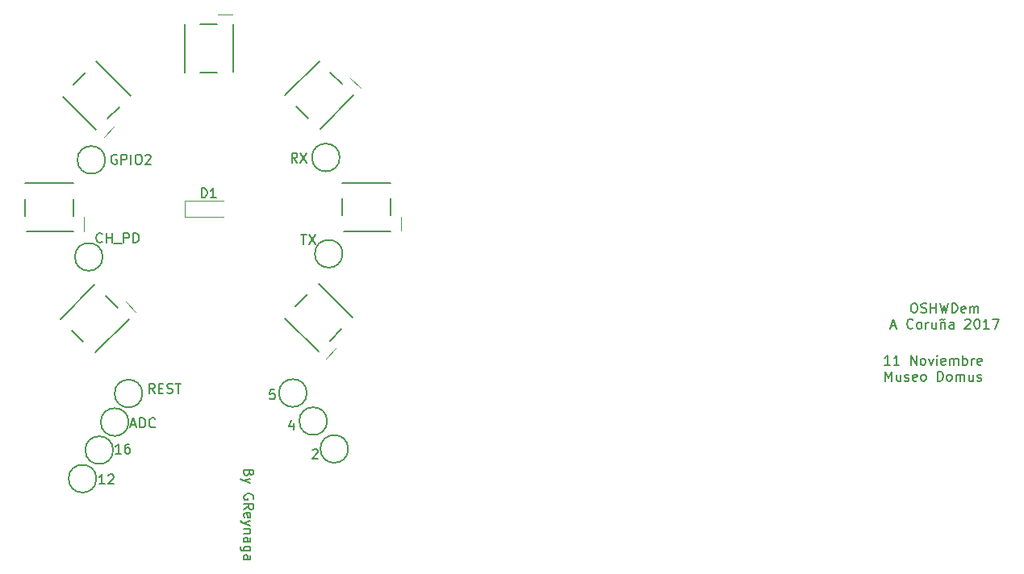
<source format=gto>
G04 #@! TF.GenerationSoftware,KiCad,Pcbnew,(2017-05-14 revision 14bb238b3)-makepkg*
G04 #@! TF.CreationDate,2017-07-07T13:01:08-06:00*
G04 #@! TF.ProjectId,001,3030312E6B696361645F706362000000,rev?*
G04 #@! TF.FileFunction,Legend,Top*
G04 #@! TF.FilePolarity,Positive*
%FSLAX46Y46*%
G04 Gerber Fmt 4.6, Leading zero omitted, Abs format (unit mm)*
G04 Created by KiCad (PCBNEW (2017-05-14 revision 14bb238b3)-makepkg) date 07/07/17 13:01:08*
%MOMM*%
%LPD*%
G01*
G04 APERTURE LIST*
%ADD10C,0.100000*%
%ADD11C,0.152400*%
%ADD12C,0.120000*%
%ADD13C,0.050000*%
%ADD14C,0.150000*%
G04 APERTURE END LIST*
D10*
D11*
X124216920Y-90473579D02*
X123878253Y-89989769D01*
X123636348Y-90473579D02*
X123636348Y-89457579D01*
X124023396Y-89457579D01*
X124120158Y-89505960D01*
X124168539Y-89554340D01*
X124216920Y-89651102D01*
X124216920Y-89796245D01*
X124168539Y-89893007D01*
X124120158Y-89941388D01*
X124023396Y-89989769D01*
X123636348Y-89989769D01*
X124652348Y-89941388D02*
X124991015Y-89941388D01*
X125136158Y-90473579D02*
X124652348Y-90473579D01*
X124652348Y-89457579D01*
X125136158Y-89457579D01*
X125523205Y-90425198D02*
X125668348Y-90473579D01*
X125910253Y-90473579D01*
X126007015Y-90425198D01*
X126055396Y-90376817D01*
X126103777Y-90280055D01*
X126103777Y-90183293D01*
X126055396Y-90086531D01*
X126007015Y-90038150D01*
X125910253Y-89989769D01*
X125716729Y-89941388D01*
X125619967Y-89893007D01*
X125571586Y-89844626D01*
X125523205Y-89747864D01*
X125523205Y-89651102D01*
X125571586Y-89554340D01*
X125619967Y-89505960D01*
X125716729Y-89457579D01*
X125958634Y-89457579D01*
X126103777Y-89505960D01*
X126394062Y-89457579D02*
X126974634Y-89457579D01*
X126684348Y-90473579D02*
X126684348Y-89457579D01*
X134119291Y-98843483D02*
X134070910Y-98988626D01*
X134022529Y-99037007D01*
X133925767Y-99085388D01*
X133780624Y-99085388D01*
X133683862Y-99037007D01*
X133635481Y-98988626D01*
X133587100Y-98891864D01*
X133587100Y-98504817D01*
X134603100Y-98504817D01*
X134603100Y-98843483D01*
X134554720Y-98940245D01*
X134506339Y-98988626D01*
X134409577Y-99037007D01*
X134312815Y-99037007D01*
X134216053Y-98988626D01*
X134167672Y-98940245D01*
X134119291Y-98843483D01*
X134119291Y-98504817D01*
X134264434Y-99424055D02*
X133587100Y-99665960D01*
X134264434Y-99907864D02*
X133587100Y-99665960D01*
X133345196Y-99569198D01*
X133296815Y-99520817D01*
X133248434Y-99424055D01*
X134554720Y-101601198D02*
X134603100Y-101504436D01*
X134603100Y-101359293D01*
X134554720Y-101214150D01*
X134457958Y-101117388D01*
X134361196Y-101069007D01*
X134167672Y-101020626D01*
X134022529Y-101020626D01*
X133829005Y-101069007D01*
X133732243Y-101117388D01*
X133635481Y-101214150D01*
X133587100Y-101359293D01*
X133587100Y-101456055D01*
X133635481Y-101601198D01*
X133683862Y-101649579D01*
X134022529Y-101649579D01*
X134022529Y-101456055D01*
X133587100Y-102665579D02*
X134070910Y-102326912D01*
X133587100Y-102085007D02*
X134603100Y-102085007D01*
X134603100Y-102472055D01*
X134554720Y-102568817D01*
X134506339Y-102617198D01*
X134409577Y-102665579D01*
X134264434Y-102665579D01*
X134167672Y-102617198D01*
X134119291Y-102568817D01*
X134070910Y-102472055D01*
X134070910Y-102085007D01*
X133635481Y-103488055D02*
X133587100Y-103391293D01*
X133587100Y-103197769D01*
X133635481Y-103101007D01*
X133732243Y-103052626D01*
X134119291Y-103052626D01*
X134216053Y-103101007D01*
X134264434Y-103197769D01*
X134264434Y-103391293D01*
X134216053Y-103488055D01*
X134119291Y-103536436D01*
X134022529Y-103536436D01*
X133925767Y-103052626D01*
X134264434Y-103875102D02*
X133587100Y-104117007D01*
X134264434Y-104358912D02*
X133587100Y-104117007D01*
X133345196Y-104020245D01*
X133296815Y-103971864D01*
X133248434Y-103875102D01*
X134264434Y-104745960D02*
X133587100Y-104745960D01*
X134167672Y-104745960D02*
X134216053Y-104794340D01*
X134264434Y-104891102D01*
X134264434Y-105036245D01*
X134216053Y-105133007D01*
X134119291Y-105181388D01*
X133587100Y-105181388D01*
X133587100Y-106100626D02*
X134119291Y-106100626D01*
X134216053Y-106052245D01*
X134264434Y-105955483D01*
X134264434Y-105761960D01*
X134216053Y-105665198D01*
X133635481Y-106100626D02*
X133587100Y-106003864D01*
X133587100Y-105761960D01*
X133635481Y-105665198D01*
X133732243Y-105616817D01*
X133829005Y-105616817D01*
X133925767Y-105665198D01*
X133974148Y-105761960D01*
X133974148Y-106003864D01*
X134022529Y-106100626D01*
X134264434Y-107019864D02*
X133441958Y-107019864D01*
X133345196Y-106971483D01*
X133296815Y-106923102D01*
X133248434Y-106826340D01*
X133248434Y-106681198D01*
X133296815Y-106584436D01*
X133635481Y-107019864D02*
X133587100Y-106923102D01*
X133587100Y-106729579D01*
X133635481Y-106632817D01*
X133683862Y-106584436D01*
X133780624Y-106536055D01*
X134070910Y-106536055D01*
X134167672Y-106584436D01*
X134216053Y-106632817D01*
X134264434Y-106729579D01*
X134264434Y-106923102D01*
X134216053Y-107019864D01*
X133587100Y-107939102D02*
X134119291Y-107939102D01*
X134216053Y-107890721D01*
X134264434Y-107793960D01*
X134264434Y-107600436D01*
X134216053Y-107503674D01*
X133635481Y-107939102D02*
X133587100Y-107842340D01*
X133587100Y-107600436D01*
X133635481Y-107503674D01*
X133732243Y-107455293D01*
X133829005Y-107455293D01*
X133925767Y-107503674D01*
X133974148Y-107600436D01*
X133974148Y-107842340D01*
X134022529Y-107939102D01*
X203808424Y-80999379D02*
X204001948Y-80999379D01*
X204098710Y-81047760D01*
X204195472Y-81144521D01*
X204243853Y-81338045D01*
X204243853Y-81676712D01*
X204195472Y-81870236D01*
X204098710Y-81966998D01*
X204001948Y-82015379D01*
X203808424Y-82015379D01*
X203711662Y-81966998D01*
X203614900Y-81870236D01*
X203566520Y-81676712D01*
X203566520Y-81338045D01*
X203614900Y-81144521D01*
X203711662Y-81047760D01*
X203808424Y-80999379D01*
X204630900Y-81966998D02*
X204776043Y-82015379D01*
X205017948Y-82015379D01*
X205114710Y-81966998D01*
X205163091Y-81918617D01*
X205211472Y-81821855D01*
X205211472Y-81725093D01*
X205163091Y-81628331D01*
X205114710Y-81579950D01*
X205017948Y-81531569D01*
X204824424Y-81483188D01*
X204727662Y-81434807D01*
X204679281Y-81386426D01*
X204630900Y-81289664D01*
X204630900Y-81192902D01*
X204679281Y-81096140D01*
X204727662Y-81047760D01*
X204824424Y-80999379D01*
X205066329Y-80999379D01*
X205211472Y-81047760D01*
X205646900Y-82015379D02*
X205646900Y-80999379D01*
X205646900Y-81483188D02*
X206227472Y-81483188D01*
X206227472Y-82015379D02*
X206227472Y-80999379D01*
X206614520Y-80999379D02*
X206856424Y-82015379D01*
X207049948Y-81289664D01*
X207243472Y-82015379D01*
X207485377Y-80999379D01*
X207872424Y-82015379D02*
X207872424Y-80999379D01*
X208114329Y-80999379D01*
X208259472Y-81047760D01*
X208356234Y-81144521D01*
X208404615Y-81241283D01*
X208452996Y-81434807D01*
X208452996Y-81579950D01*
X208404615Y-81773474D01*
X208356234Y-81870236D01*
X208259472Y-81966998D01*
X208114329Y-82015379D01*
X207872424Y-82015379D01*
X209275472Y-81966998D02*
X209178710Y-82015379D01*
X208985186Y-82015379D01*
X208888424Y-81966998D01*
X208840043Y-81870236D01*
X208840043Y-81483188D01*
X208888424Y-81386426D01*
X208985186Y-81338045D01*
X209178710Y-81338045D01*
X209275472Y-81386426D01*
X209323853Y-81483188D01*
X209323853Y-81579950D01*
X208840043Y-81676712D01*
X209759281Y-82015379D02*
X209759281Y-81338045D01*
X209759281Y-81434807D02*
X209807662Y-81386426D01*
X209904424Y-81338045D01*
X210049567Y-81338045D01*
X210146329Y-81386426D01*
X210194710Y-81483188D01*
X210194710Y-82015379D01*
X210194710Y-81483188D02*
X210243091Y-81386426D01*
X210339853Y-81338045D01*
X210484996Y-81338045D01*
X210581758Y-81386426D01*
X210630139Y-81483188D01*
X210630139Y-82015379D01*
X201510329Y-83401493D02*
X201994139Y-83401493D01*
X201413567Y-83691779D02*
X201752234Y-82675779D01*
X202090900Y-83691779D01*
X203784234Y-83595017D02*
X203735853Y-83643398D01*
X203590710Y-83691779D01*
X203493948Y-83691779D01*
X203348805Y-83643398D01*
X203252043Y-83546636D01*
X203203662Y-83449874D01*
X203155281Y-83256350D01*
X203155281Y-83111207D01*
X203203662Y-82917683D01*
X203252043Y-82820921D01*
X203348805Y-82724160D01*
X203493948Y-82675779D01*
X203590710Y-82675779D01*
X203735853Y-82724160D01*
X203784234Y-82772540D01*
X204364805Y-83691779D02*
X204268043Y-83643398D01*
X204219662Y-83595017D01*
X204171281Y-83498255D01*
X204171281Y-83207969D01*
X204219662Y-83111207D01*
X204268043Y-83062826D01*
X204364805Y-83014445D01*
X204509948Y-83014445D01*
X204606710Y-83062826D01*
X204655091Y-83111207D01*
X204703472Y-83207969D01*
X204703472Y-83498255D01*
X204655091Y-83595017D01*
X204606710Y-83643398D01*
X204509948Y-83691779D01*
X204364805Y-83691779D01*
X205138900Y-83691779D02*
X205138900Y-83014445D01*
X205138900Y-83207969D02*
X205187281Y-83111207D01*
X205235662Y-83062826D01*
X205332424Y-83014445D01*
X205429186Y-83014445D01*
X206203281Y-83014445D02*
X206203281Y-83691779D01*
X205767853Y-83014445D02*
X205767853Y-83546636D01*
X205816234Y-83643398D01*
X205912996Y-83691779D01*
X206058139Y-83691779D01*
X206154900Y-83643398D01*
X206203281Y-83595017D01*
X206687091Y-83014445D02*
X206687091Y-83691779D01*
X206687091Y-83111207D02*
X206735472Y-83062826D01*
X206832234Y-83014445D01*
X206977377Y-83014445D01*
X207074139Y-83062826D01*
X207122520Y-83159588D01*
X207122520Y-83691779D01*
X206638710Y-82772540D02*
X206687091Y-82724160D01*
X206783853Y-82675779D01*
X206977377Y-82772540D01*
X207074139Y-82724160D01*
X207122520Y-82675779D01*
X208041758Y-83691779D02*
X208041758Y-83159588D01*
X207993377Y-83062826D01*
X207896615Y-83014445D01*
X207703091Y-83014445D01*
X207606329Y-83062826D01*
X208041758Y-83643398D02*
X207944996Y-83691779D01*
X207703091Y-83691779D01*
X207606329Y-83643398D01*
X207557948Y-83546636D01*
X207557948Y-83449874D01*
X207606329Y-83353112D01*
X207703091Y-83304731D01*
X207944996Y-83304731D01*
X208041758Y-83256350D01*
X209251281Y-82772540D02*
X209299662Y-82724160D01*
X209396424Y-82675779D01*
X209638329Y-82675779D01*
X209735091Y-82724160D01*
X209783472Y-82772540D01*
X209831853Y-82869302D01*
X209831853Y-82966064D01*
X209783472Y-83111207D01*
X209202900Y-83691779D01*
X209831853Y-83691779D01*
X210460805Y-82675779D02*
X210557567Y-82675779D01*
X210654329Y-82724160D01*
X210702710Y-82772540D01*
X210751091Y-82869302D01*
X210799472Y-83062826D01*
X210799472Y-83304731D01*
X210751091Y-83498255D01*
X210702710Y-83595017D01*
X210654329Y-83643398D01*
X210557567Y-83691779D01*
X210460805Y-83691779D01*
X210364043Y-83643398D01*
X210315662Y-83595017D01*
X210267281Y-83498255D01*
X210218900Y-83304731D01*
X210218900Y-83062826D01*
X210267281Y-82869302D01*
X210315662Y-82772540D01*
X210364043Y-82724160D01*
X210460805Y-82675779D01*
X211767091Y-83691779D02*
X211186520Y-83691779D01*
X211476805Y-83691779D02*
X211476805Y-82675779D01*
X211380043Y-82820921D01*
X211283281Y-82917683D01*
X211186520Y-82966064D01*
X212105758Y-82675779D02*
X212783091Y-82675779D01*
X212347662Y-83691779D01*
X201379700Y-87501779D02*
X200799129Y-87501779D01*
X201089415Y-87501779D02*
X201089415Y-86485779D01*
X200992653Y-86630921D01*
X200895891Y-86727683D01*
X200799129Y-86776064D01*
X202347320Y-87501779D02*
X201766748Y-87501779D01*
X202057034Y-87501779D02*
X202057034Y-86485779D01*
X201960272Y-86630921D01*
X201863510Y-86727683D01*
X201766748Y-86776064D01*
X203556843Y-87501779D02*
X203556843Y-86485779D01*
X204137415Y-87501779D01*
X204137415Y-86485779D01*
X204766367Y-87501779D02*
X204669605Y-87453398D01*
X204621224Y-87405017D01*
X204572843Y-87308255D01*
X204572843Y-87017969D01*
X204621224Y-86921207D01*
X204669605Y-86872826D01*
X204766367Y-86824445D01*
X204911510Y-86824445D01*
X205008272Y-86872826D01*
X205056653Y-86921207D01*
X205105034Y-87017969D01*
X205105034Y-87308255D01*
X205056653Y-87405017D01*
X205008272Y-87453398D01*
X204911510Y-87501779D01*
X204766367Y-87501779D01*
X205443700Y-86824445D02*
X205685605Y-87501779D01*
X205927510Y-86824445D01*
X206314558Y-87501779D02*
X206314558Y-86824445D01*
X206314558Y-86485779D02*
X206266177Y-86534160D01*
X206314558Y-86582540D01*
X206362939Y-86534160D01*
X206314558Y-86485779D01*
X206314558Y-86582540D01*
X207185415Y-87453398D02*
X207088653Y-87501779D01*
X206895129Y-87501779D01*
X206798367Y-87453398D01*
X206749986Y-87356636D01*
X206749986Y-86969588D01*
X206798367Y-86872826D01*
X206895129Y-86824445D01*
X207088653Y-86824445D01*
X207185415Y-86872826D01*
X207233796Y-86969588D01*
X207233796Y-87066350D01*
X206749986Y-87163112D01*
X207669224Y-87501779D02*
X207669224Y-86824445D01*
X207669224Y-86921207D02*
X207717605Y-86872826D01*
X207814367Y-86824445D01*
X207959510Y-86824445D01*
X208056272Y-86872826D01*
X208104653Y-86969588D01*
X208104653Y-87501779D01*
X208104653Y-86969588D02*
X208153034Y-86872826D01*
X208249796Y-86824445D01*
X208394939Y-86824445D01*
X208491700Y-86872826D01*
X208540081Y-86969588D01*
X208540081Y-87501779D01*
X209023891Y-87501779D02*
X209023891Y-86485779D01*
X209023891Y-86872826D02*
X209120653Y-86824445D01*
X209314177Y-86824445D01*
X209410939Y-86872826D01*
X209459320Y-86921207D01*
X209507700Y-87017969D01*
X209507700Y-87308255D01*
X209459320Y-87405017D01*
X209410939Y-87453398D01*
X209314177Y-87501779D01*
X209120653Y-87501779D01*
X209023891Y-87453398D01*
X209943129Y-87501779D02*
X209943129Y-86824445D01*
X209943129Y-87017969D02*
X209991510Y-86921207D01*
X210039891Y-86872826D01*
X210136653Y-86824445D01*
X210233415Y-86824445D01*
X210959129Y-87453398D02*
X210862367Y-87501779D01*
X210668843Y-87501779D01*
X210572081Y-87453398D01*
X210523700Y-87356636D01*
X210523700Y-86969588D01*
X210572081Y-86872826D01*
X210668843Y-86824445D01*
X210862367Y-86824445D01*
X210959129Y-86872826D01*
X211007510Y-86969588D01*
X211007510Y-87066350D01*
X210523700Y-87163112D01*
X200895891Y-89178179D02*
X200895891Y-88162179D01*
X201234558Y-88887893D01*
X201573224Y-88162179D01*
X201573224Y-89178179D01*
X202492462Y-88500845D02*
X202492462Y-89178179D01*
X202057034Y-88500845D02*
X202057034Y-89033036D01*
X202105415Y-89129798D01*
X202202177Y-89178179D01*
X202347320Y-89178179D01*
X202444081Y-89129798D01*
X202492462Y-89081417D01*
X202927891Y-89129798D02*
X203024653Y-89178179D01*
X203218177Y-89178179D01*
X203314939Y-89129798D01*
X203363320Y-89033036D01*
X203363320Y-88984655D01*
X203314939Y-88887893D01*
X203218177Y-88839512D01*
X203073034Y-88839512D01*
X202976272Y-88791131D01*
X202927891Y-88694369D01*
X202927891Y-88645988D01*
X202976272Y-88549226D01*
X203073034Y-88500845D01*
X203218177Y-88500845D01*
X203314939Y-88549226D01*
X204185796Y-89129798D02*
X204089034Y-89178179D01*
X203895510Y-89178179D01*
X203798748Y-89129798D01*
X203750367Y-89033036D01*
X203750367Y-88645988D01*
X203798748Y-88549226D01*
X203895510Y-88500845D01*
X204089034Y-88500845D01*
X204185796Y-88549226D01*
X204234177Y-88645988D01*
X204234177Y-88742750D01*
X203750367Y-88839512D01*
X204814748Y-89178179D02*
X204717986Y-89129798D01*
X204669605Y-89081417D01*
X204621224Y-88984655D01*
X204621224Y-88694369D01*
X204669605Y-88597607D01*
X204717986Y-88549226D01*
X204814748Y-88500845D01*
X204959891Y-88500845D01*
X205056653Y-88549226D01*
X205105034Y-88597607D01*
X205153415Y-88694369D01*
X205153415Y-88984655D01*
X205105034Y-89081417D01*
X205056653Y-89129798D01*
X204959891Y-89178179D01*
X204814748Y-89178179D01*
X206362939Y-89178179D02*
X206362939Y-88162179D01*
X206604843Y-88162179D01*
X206749986Y-88210560D01*
X206846748Y-88307321D01*
X206895129Y-88404083D01*
X206943510Y-88597607D01*
X206943510Y-88742750D01*
X206895129Y-88936274D01*
X206846748Y-89033036D01*
X206749986Y-89129798D01*
X206604843Y-89178179D01*
X206362939Y-89178179D01*
X207524081Y-89178179D02*
X207427320Y-89129798D01*
X207378939Y-89081417D01*
X207330558Y-88984655D01*
X207330558Y-88694369D01*
X207378939Y-88597607D01*
X207427320Y-88549226D01*
X207524081Y-88500845D01*
X207669224Y-88500845D01*
X207765986Y-88549226D01*
X207814367Y-88597607D01*
X207862748Y-88694369D01*
X207862748Y-88984655D01*
X207814367Y-89081417D01*
X207765986Y-89129798D01*
X207669224Y-89178179D01*
X207524081Y-89178179D01*
X208298177Y-89178179D02*
X208298177Y-88500845D01*
X208298177Y-88597607D02*
X208346558Y-88549226D01*
X208443320Y-88500845D01*
X208588462Y-88500845D01*
X208685224Y-88549226D01*
X208733605Y-88645988D01*
X208733605Y-89178179D01*
X208733605Y-88645988D02*
X208781986Y-88549226D01*
X208878748Y-88500845D01*
X209023891Y-88500845D01*
X209120653Y-88549226D01*
X209169034Y-88645988D01*
X209169034Y-89178179D01*
X210088272Y-88500845D02*
X210088272Y-89178179D01*
X209652843Y-88500845D02*
X209652843Y-89033036D01*
X209701224Y-89129798D01*
X209797986Y-89178179D01*
X209943129Y-89178179D01*
X210039891Y-89129798D01*
X210088272Y-89081417D01*
X210523700Y-89129798D02*
X210620462Y-89178179D01*
X210813986Y-89178179D01*
X210910748Y-89129798D01*
X210959129Y-89033036D01*
X210959129Y-88984655D01*
X210910748Y-88887893D01*
X210813986Y-88839512D01*
X210668843Y-88839512D01*
X210572081Y-88791131D01*
X210523700Y-88694369D01*
X210523700Y-88645988D01*
X210572081Y-88549226D01*
X210668843Y-88500845D01*
X210813986Y-88500845D01*
X210910748Y-88549226D01*
X139185986Y-66241979D02*
X138847320Y-65758169D01*
X138605415Y-66241979D02*
X138605415Y-65225979D01*
X138992462Y-65225979D01*
X139089224Y-65274360D01*
X139137605Y-65322740D01*
X139185986Y-65419502D01*
X139185986Y-65564645D01*
X139137605Y-65661407D01*
X139089224Y-65709788D01*
X138992462Y-65758169D01*
X138605415Y-65758169D01*
X139524653Y-65225979D02*
X140201986Y-66241979D01*
X140201986Y-65225979D02*
X139524653Y-66241979D01*
X139571824Y-73811179D02*
X140152396Y-73811179D01*
X139862110Y-74827179D02*
X139862110Y-73811179D01*
X140394300Y-73811179D02*
X141071634Y-74827179D01*
X141071634Y-73811179D02*
X140394300Y-74827179D01*
X118709958Y-74552617D02*
X118661577Y-74600998D01*
X118516434Y-74649379D01*
X118419672Y-74649379D01*
X118274529Y-74600998D01*
X118177767Y-74504236D01*
X118129386Y-74407474D01*
X118081005Y-74213950D01*
X118081005Y-74068807D01*
X118129386Y-73875283D01*
X118177767Y-73778521D01*
X118274529Y-73681760D01*
X118419672Y-73633379D01*
X118516434Y-73633379D01*
X118661577Y-73681760D01*
X118709958Y-73730140D01*
X119145386Y-74649379D02*
X119145386Y-73633379D01*
X119145386Y-74117188D02*
X119725958Y-74117188D01*
X119725958Y-74649379D02*
X119725958Y-73633379D01*
X119967862Y-74746140D02*
X120741958Y-74746140D01*
X120983862Y-74649379D02*
X120983862Y-73633379D01*
X121370910Y-73633379D01*
X121467672Y-73681760D01*
X121516053Y-73730140D01*
X121564434Y-73826902D01*
X121564434Y-73972045D01*
X121516053Y-74068807D01*
X121467672Y-74117188D01*
X121370910Y-74165569D01*
X120983862Y-74165569D01*
X121999862Y-74649379D02*
X121999862Y-73633379D01*
X122241767Y-73633379D01*
X122386910Y-73681760D01*
X122483672Y-73778521D01*
X122532053Y-73875283D01*
X122580434Y-74068807D01*
X122580434Y-74213950D01*
X122532053Y-74407474D01*
X122483672Y-74504236D01*
X122386910Y-74600998D01*
X122241767Y-74649379D01*
X121999862Y-74649379D01*
X120240610Y-65439460D02*
X120143848Y-65391079D01*
X119998705Y-65391079D01*
X119853562Y-65439460D01*
X119756800Y-65536221D01*
X119708420Y-65632983D01*
X119660039Y-65826507D01*
X119660039Y-65971650D01*
X119708420Y-66165174D01*
X119756800Y-66261936D01*
X119853562Y-66358698D01*
X119998705Y-66407079D01*
X120095467Y-66407079D01*
X120240610Y-66358698D01*
X120288991Y-66310317D01*
X120288991Y-65971650D01*
X120095467Y-65971650D01*
X120724420Y-66407079D02*
X120724420Y-65391079D01*
X121111467Y-65391079D01*
X121208229Y-65439460D01*
X121256610Y-65487840D01*
X121304991Y-65584602D01*
X121304991Y-65729745D01*
X121256610Y-65826507D01*
X121208229Y-65874888D01*
X121111467Y-65923269D01*
X120724420Y-65923269D01*
X121740420Y-66407079D02*
X121740420Y-65391079D01*
X122417753Y-65391079D02*
X122611277Y-65391079D01*
X122708039Y-65439460D01*
X122804800Y-65536221D01*
X122853181Y-65729745D01*
X122853181Y-66068412D01*
X122804800Y-66261936D01*
X122708039Y-66358698D01*
X122611277Y-66407079D01*
X122417753Y-66407079D01*
X122320991Y-66358698D01*
X122224229Y-66261936D01*
X122175848Y-66068412D01*
X122175848Y-65729745D01*
X122224229Y-65536221D01*
X122320991Y-65439460D01*
X122417753Y-65391079D01*
X123240229Y-65487840D02*
X123288610Y-65439460D01*
X123385372Y-65391079D01*
X123627277Y-65391079D01*
X123724039Y-65439460D01*
X123772420Y-65487840D01*
X123820800Y-65584602D01*
X123820800Y-65681364D01*
X123772420Y-65826507D01*
X123191848Y-66407079D01*
X123820800Y-66407079D01*
X121739815Y-93790093D02*
X122223624Y-93790093D01*
X121643053Y-94080379D02*
X121981720Y-93064379D01*
X122320386Y-94080379D01*
X122659053Y-94080379D02*
X122659053Y-93064379D01*
X122900958Y-93064379D01*
X123046100Y-93112760D01*
X123142862Y-93209521D01*
X123191243Y-93306283D01*
X123239624Y-93499807D01*
X123239624Y-93644950D01*
X123191243Y-93838474D01*
X123142862Y-93935236D01*
X123046100Y-94031998D01*
X122900958Y-94080379D01*
X122659053Y-94080379D01*
X124255624Y-93983617D02*
X124207243Y-94031998D01*
X124062100Y-94080379D01*
X123965339Y-94080379D01*
X123820196Y-94031998D01*
X123723434Y-93935236D01*
X123675053Y-93838474D01*
X123626672Y-93644950D01*
X123626672Y-93499807D01*
X123675053Y-93306283D01*
X123723434Y-93209521D01*
X123820196Y-93112760D01*
X123965339Y-93064379D01*
X124062100Y-93064379D01*
X124207243Y-93112760D01*
X124255624Y-93161140D01*
X140766834Y-96437740D02*
X140815215Y-96389360D01*
X140911977Y-96340979D01*
X141153881Y-96340979D01*
X141250643Y-96389360D01*
X141299024Y-96437740D01*
X141347405Y-96534502D01*
X141347405Y-96631264D01*
X141299024Y-96776407D01*
X140718453Y-97356979D01*
X141347405Y-97356979D01*
X120695996Y-96798179D02*
X120115424Y-96798179D01*
X120405710Y-96798179D02*
X120405710Y-95782179D01*
X120308948Y-95927321D01*
X120212186Y-96024083D01*
X120115424Y-96072464D01*
X121566853Y-95782179D02*
X121373329Y-95782179D01*
X121276567Y-95830560D01*
X121228186Y-95878940D01*
X121131424Y-96024083D01*
X121083043Y-96217607D01*
X121083043Y-96604655D01*
X121131424Y-96701417D01*
X121179805Y-96749798D01*
X121276567Y-96798179D01*
X121470091Y-96798179D01*
X121566853Y-96749798D01*
X121615234Y-96701417D01*
X121663615Y-96604655D01*
X121663615Y-96362750D01*
X121615234Y-96265988D01*
X121566853Y-96217607D01*
X121470091Y-96169226D01*
X121276567Y-96169226D01*
X121179805Y-96217607D01*
X121131424Y-96265988D01*
X121083043Y-96362750D01*
X136803224Y-90092579D02*
X136319415Y-90092579D01*
X136271034Y-90576388D01*
X136319415Y-90528007D01*
X136416177Y-90479626D01*
X136658081Y-90479626D01*
X136754843Y-90528007D01*
X136803224Y-90576388D01*
X136851605Y-90673150D01*
X136851605Y-90915055D01*
X136803224Y-91011817D01*
X136754843Y-91060198D01*
X136658081Y-91108579D01*
X136416177Y-91108579D01*
X136319415Y-91060198D01*
X136271034Y-91011817D01*
X118968796Y-99998579D02*
X118388224Y-99998579D01*
X118678510Y-99998579D02*
X118678510Y-98982579D01*
X118581748Y-99127721D01*
X118484986Y-99224483D01*
X118388224Y-99272864D01*
X119355843Y-99079340D02*
X119404224Y-99030960D01*
X119500986Y-98982579D01*
X119742891Y-98982579D01*
X119839653Y-99030960D01*
X119888034Y-99079340D01*
X119936415Y-99176102D01*
X119936415Y-99272864D01*
X119888034Y-99418007D01*
X119307462Y-99998579D01*
X119936415Y-99998579D01*
X138786843Y-93631645D02*
X138786843Y-94308979D01*
X138544939Y-93244598D02*
X138303034Y-93970312D01*
X138931986Y-93970312D01*
X122931458Y-90496560D02*
G75*
G03X122931458Y-90496560I-1457738J0D01*
G01*
X121483658Y-93493760D02*
G75*
G03X121483658Y-93493760I-1457738J0D01*
G01*
X119858058Y-96440160D02*
G75*
G03X119858058Y-96440160I-1457738J0D01*
G01*
X118105458Y-99437360D02*
G75*
G03X118105458Y-99437360I-1457738J0D01*
G01*
X143937258Y-75815360D02*
G75*
G03X143937258Y-75815360I-1457738J0D01*
G01*
X143632458Y-65706160D02*
G75*
G03X143632458Y-65706160I-1457738J0D01*
G01*
X140178058Y-90445760D02*
G75*
G03X140178058Y-90445760I-1457738J0D01*
G01*
X142311658Y-93392160D02*
G75*
G03X142311658Y-93392160I-1457738J0D01*
G01*
X119032558Y-65960160D02*
G75*
G03X119032558Y-65960160I-1457738J0D01*
G01*
X144521458Y-96313160D02*
G75*
G03X144521458Y-96313160I-1457738J0D01*
G01*
D12*
X127381120Y-70215560D02*
X127381120Y-71915560D01*
X127431120Y-71915560D02*
X131481120Y-71915560D01*
X127431120Y-70215560D02*
X131481120Y-70215560D01*
D11*
X118765858Y-76145560D02*
G75*
G03X118765858Y-76145560I-1457738J0D01*
G01*
X142656353Y-56753691D02*
X143913589Y-58010927D01*
X137896818Y-59178360D02*
X141488920Y-55586258D01*
X145081022Y-59178360D02*
X141578723Y-62680660D01*
X139064251Y-60345793D02*
X140321487Y-61603029D01*
D13*
X144741611Y-57339882D02*
X145802271Y-58400543D01*
X130881120Y-50650760D02*
X132381120Y-50650760D01*
D11*
X128992120Y-56790760D02*
X130770120Y-56790760D01*
X132421120Y-51710760D02*
X132421120Y-56663760D01*
X127341120Y-56790760D02*
X127341120Y-51710760D01*
X128992120Y-51710760D02*
X130770120Y-51710760D01*
X120520189Y-60396593D02*
X119262953Y-61653829D01*
X118095520Y-55637058D02*
X121687622Y-59229160D01*
X118095520Y-62821262D02*
X114593220Y-59318963D01*
X116928087Y-56804491D02*
X115670851Y-58061727D01*
D13*
X119933998Y-62481851D02*
X118873337Y-63542511D01*
X116767920Y-71963960D02*
X116767920Y-73463960D01*
D11*
X110627920Y-70074960D02*
X110627920Y-71852960D01*
X115707920Y-73503960D02*
X110754920Y-73503960D01*
X110627920Y-68423960D02*
X115707920Y-68423960D01*
X115707920Y-70074960D02*
X115707920Y-71852960D01*
X119085153Y-80248691D02*
X120342389Y-81505927D01*
X114325618Y-82673360D02*
X117917720Y-79081258D01*
X121509822Y-82673360D02*
X118007523Y-86175660D01*
X115493051Y-83840793D02*
X116750287Y-85098029D01*
D13*
X121170411Y-80834882D02*
X122231071Y-81895543D01*
X143251198Y-85773651D02*
X142190537Y-86834311D01*
D11*
X140245287Y-80096291D02*
X138988051Y-81353527D01*
X141412720Y-86113062D02*
X137910420Y-82610763D01*
X141412720Y-78928858D02*
X145004822Y-82520960D01*
X143837389Y-83688393D02*
X142580153Y-84945629D01*
X148981920Y-70024160D02*
X148981920Y-71802160D01*
X143901920Y-68373160D02*
X148981920Y-68373160D01*
X148981920Y-73453160D02*
X144028920Y-73453160D01*
X143901920Y-70024160D02*
X143901920Y-71802160D01*
D13*
X150041920Y-71913160D02*
X150041920Y-73413160D01*
D14*
X129143024Y-69917940D02*
X129143024Y-68917940D01*
X129381120Y-68917940D01*
X129523977Y-68965560D01*
X129619215Y-69060798D01*
X129666834Y-69156036D01*
X129714453Y-69346512D01*
X129714453Y-69489369D01*
X129666834Y-69679845D01*
X129619215Y-69775083D01*
X129523977Y-69870321D01*
X129381120Y-69917940D01*
X129143024Y-69917940D01*
X130666834Y-69917940D02*
X130095405Y-69917940D01*
X130381120Y-69917940D02*
X130381120Y-68917940D01*
X130285881Y-69060798D01*
X130190643Y-69156036D01*
X130095405Y-69203655D01*
M02*

</source>
